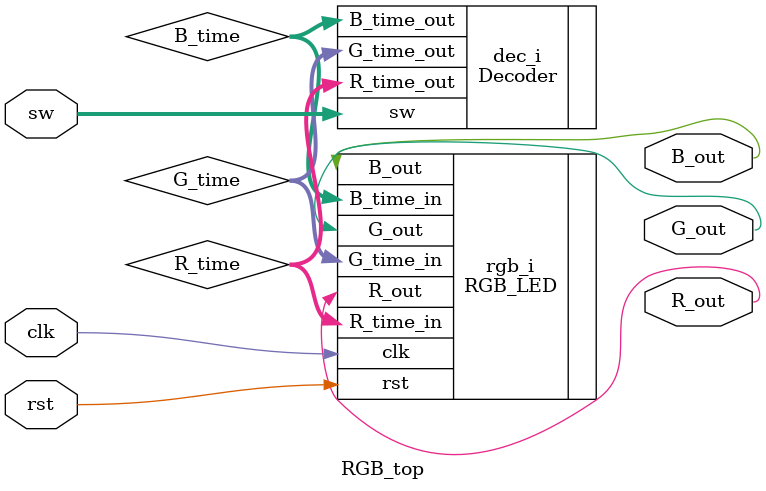
<source format=v>
module RGB_top (
    input       clk,
    input       rst,
    input [1:0] sw,
    output			R_out,
    output			G_out,
    output			B_out
);

  wire [7:0] R_time, G_time, B_time;

  Decoder dec_i (
    .sw ( sw ),
    .R_time_out ( R_time ),
    .G_time_out ( G_time ),
    .B_time_out ( B_time )
  );

  RGB_LED rgb_i (
    .clk ( clk ),
    .rst ( rst ),
    .R_time_in ( R_time ),
    .G_time_in ( G_time ),
    .B_time_in ( B_time ),
    .R_out ( R_out ),
    .G_out ( G_out ),
    .B_out ( B_out )
  );

endmodule // RGB_top

</source>
